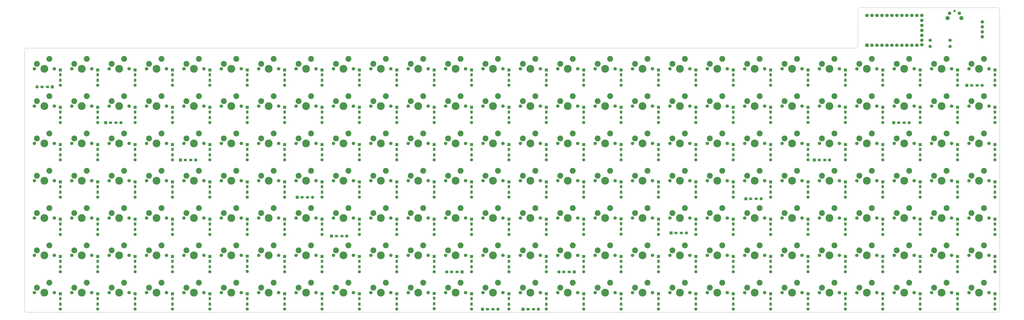
<source format=gbr>
%TF.GenerationSoftware,KiCad,Pcbnew,(6.0.5)*%
%TF.CreationDate,2022-08-07T16:14:43-07:00*%
%TF.ProjectId,Dreadnoughtus,44726561-646e-46f7-9567-687475732e6b,rev?*%
%TF.SameCoordinates,Original*%
%TF.FileFunction,Soldermask,Top*%
%TF.FilePolarity,Negative*%
%FSLAX46Y46*%
G04 Gerber Fmt 4.6, Leading zero omitted, Abs format (unit mm)*
G04 Created by KiCad (PCBNEW (6.0.5)) date 2022-08-07 16:14:43*
%MOMM*%
%LPD*%
G01*
G04 APERTURE LIST*
%TA.AperFunction,Profile*%
%ADD10C,0.100000*%
%TD*%
%ADD11C,3.000000*%
%ADD12C,1.750000*%
%ADD13C,3.987800*%
%ADD14R,1.600000X1.600000*%
%ADD15R,1.200000X1.600000*%
%ADD16C,1.600000*%
%ADD17R,1.600000X1.200000*%
%ADD18C,1.651000*%
%ADD19R,1.752600X1.752600*%
%ADD20C,1.752600*%
%ADD21C,1.700000*%
%ADD22O,1.700000X1.700000*%
%ADD23C,2.100000*%
%ADD24C,1.200000*%
G04 APERTURE END LIST*
D10*
X519659124Y-18646947D02*
X519659124Y-172634447D01*
X518865374Y-173428197D01*
X23565374Y-173428197D01*
X22771624Y-172634447D01*
X22771624Y-39284447D01*
X23565374Y-38490697D01*
X446634124Y-38490697D01*
X447427874Y-37696947D01*
X447427874Y-18646947D01*
X448221624Y-17853197D01*
X518865374Y-17853197D01*
X519659124Y-18646947D01*
D11*
%TO.C,MX131*%
X143421624Y-141836947D03*
D12*
X142151624Y-144376947D03*
D11*
X149771624Y-139296947D03*
D13*
X147231624Y-144376947D03*
D12*
X152311624Y-144376947D03*
%TD*%
D13*
%TO.C,MX53*%
X394881624Y-125326947D03*
D11*
X397421624Y-120246947D03*
X391071624Y-122786947D03*
D12*
X389801624Y-125326947D03*
X399961624Y-125326947D03*
%TD*%
D13*
%TO.C,MX92*%
X280566318Y-68191098D03*
D11*
X276756318Y-65651098D03*
X283106318Y-63111098D03*
D12*
X285646318Y-68191098D03*
X275486318Y-68191098D03*
%TD*%
D14*
%TO.C,D80*%
X326777874Y-106821947D03*
D15*
X326777874Y-109321947D03*
X326777874Y-112121947D03*
D16*
X326777874Y-114621947D03*
%TD*%
D11*
%TO.C,MX130*%
X143421624Y-122786947D03*
X149771624Y-120246947D03*
D12*
X152311624Y-125326947D03*
X142151624Y-125326947D03*
D13*
X147231624Y-125326947D03*
%TD*%
D15*
%TO.C,D102*%
X231527874Y-128371947D03*
D14*
X231527874Y-125871947D03*
D15*
X231527874Y-131171947D03*
D16*
X231527874Y-133671947D03*
%TD*%
D12*
%TO.C,MX129*%
X152311624Y-106276947D03*
D11*
X149771624Y-101196947D03*
D12*
X142151624Y-106276947D03*
D13*
X147231624Y-106276947D03*
D11*
X143421624Y-103736947D03*
%TD*%
%TO.C,MX155*%
X73571624Y-63096947D03*
D12*
X65951624Y-68176947D03*
D11*
X67221624Y-65636947D03*
D13*
X71031624Y-68176947D03*
D12*
X76111624Y-68176947D03*
%TD*%
%TO.C,MX1*%
X495211624Y-68176947D03*
D11*
X486321624Y-65636947D03*
D12*
X485051624Y-68176947D03*
D11*
X492671624Y-63096947D03*
D13*
X490131624Y-68176947D03*
%TD*%
D14*
%TO.C,D178*%
X60077874Y-106821947D03*
D15*
X60077874Y-109321947D03*
X60077874Y-112121947D03*
D16*
X60077874Y-114621947D03*
%TD*%
D14*
%TO.C,D177*%
X60077874Y-87771947D03*
D15*
X60077874Y-90271947D03*
X60077874Y-93071947D03*
D16*
X60077874Y-95571947D03*
%TD*%
D14*
%TO.C,D140*%
X117227874Y-49671947D03*
D15*
X117227874Y-52171947D03*
X117227874Y-54971947D03*
D16*
X117227874Y-57471947D03*
%TD*%
D15*
%TO.C,D137*%
X174377874Y-128371947D03*
D14*
X174377874Y-125871947D03*
D15*
X174377874Y-131171947D03*
D16*
X174377874Y-133671947D03*
%TD*%
D12*
%TO.C,MX181*%
X46901624Y-163426947D03*
D11*
X48171624Y-160886947D03*
D13*
X51981624Y-163426947D03*
D11*
X54521624Y-158346947D03*
D12*
X57061624Y-163426947D03*
%TD*%
D11*
%TO.C,MX124*%
X200571624Y-141836947D03*
X206921624Y-139296947D03*
D13*
X204381624Y-144376947D03*
D12*
X199301624Y-144376947D03*
X209461624Y-144376947D03*
%TD*%
D14*
%TO.C,D212*%
X102215374Y-95640697D03*
D17*
X104715374Y-95640697D03*
D16*
X110015374Y-95640697D03*
D17*
X107515374Y-95640697D03*
%TD*%
D14*
%TO.C,D62*%
X345827874Y-163971947D03*
D15*
X345827874Y-166471947D03*
D16*
X345827874Y-171771947D03*
D15*
X345827874Y-169271947D03*
%TD*%
%TO.C,D131*%
X155327874Y-147421947D03*
D14*
X155327874Y-144921947D03*
D16*
X155327874Y-152721947D03*
D15*
X155327874Y-150221947D03*
%TD*%
D12*
%TO.C,MX18*%
X457111624Y-125326947D03*
D11*
X454571624Y-120246947D03*
X448221624Y-122786947D03*
D13*
X452031624Y-125326947D03*
D12*
X446951624Y-125326947D03*
%TD*%
D13*
%TO.C,MX178*%
X51981624Y-106276947D03*
D11*
X48171624Y-103736947D03*
D12*
X46901624Y-106276947D03*
X57061624Y-106276947D03*
D11*
X54521624Y-101196947D03*
%TD*%
%TO.C,MX134*%
X168821624Y-63096947D03*
D12*
X161201624Y-68176947D03*
D11*
X162471624Y-65636947D03*
D12*
X171361624Y-68176947D03*
D13*
X166281624Y-68176947D03*
%TD*%
%TO.C,MX109*%
X242481624Y-125326947D03*
D11*
X238671624Y-122786947D03*
X245021624Y-120246947D03*
D12*
X247561624Y-125326947D03*
X237401624Y-125326947D03*
%TD*%
D14*
%TO.C,D153*%
X136277874Y-163971947D03*
D15*
X136277874Y-166471947D03*
D16*
X136277874Y-171771947D03*
D15*
X136277874Y-169271947D03*
%TD*%
D14*
%TO.C,D54*%
X402977874Y-144921947D03*
D15*
X402977874Y-147421947D03*
X402977874Y-150221947D03*
D16*
X402977874Y-152721947D03*
%TD*%
D15*
%TO.C,D129*%
X155327874Y-109321947D03*
D14*
X155327874Y-106821947D03*
D16*
X155327874Y-114621947D03*
D15*
X155327874Y-112121947D03*
%TD*%
%TO.C,D2*%
X498227874Y-90271947D03*
D14*
X498227874Y-87771947D03*
D15*
X498227874Y-93071947D03*
D16*
X498227874Y-95571947D03*
%TD*%
D15*
%TO.C,D52*%
X402977874Y-109321947D03*
D14*
X402977874Y-106821947D03*
D16*
X402977874Y-114621947D03*
D15*
X402977874Y-112121947D03*
%TD*%
D12*
%TO.C,MX33*%
X419011624Y-144376947D03*
D11*
X410121624Y-141836947D03*
X416471624Y-139296947D03*
D13*
X413931624Y-144376947D03*
D12*
X408851624Y-144376947D03*
%TD*%
D15*
%TO.C,D4*%
X498227874Y-128371947D03*
D14*
X498227874Y-125871947D03*
D16*
X498227874Y-133671947D03*
D15*
X498227874Y-131171947D03*
%TD*%
%TO.C,D90*%
X269612568Y-166486098D03*
D14*
X269612568Y-163986098D03*
D15*
X269612568Y-169286098D03*
D16*
X269612568Y-171786098D03*
%TD*%
D14*
%TO.C,D72*%
X307727874Y-87771947D03*
D15*
X307727874Y-90271947D03*
X307727874Y-93071947D03*
D16*
X307727874Y-95571947D03*
%TD*%
D15*
%TO.C,D139*%
X174377874Y-166471947D03*
D14*
X174377874Y-163971947D03*
D16*
X174377874Y-171771947D03*
D15*
X174377874Y-169271947D03*
%TD*%
%TO.C,D24*%
X479177874Y-109321947D03*
D14*
X479177874Y-106821947D03*
D16*
X479177874Y-114621947D03*
D15*
X479177874Y-112121947D03*
%TD*%
D11*
%TO.C,MX7*%
X505371624Y-46586947D03*
D13*
X509181624Y-49126947D03*
D12*
X514261624Y-49126947D03*
X504101624Y-49126947D03*
D11*
X511721624Y-44046947D03*
%TD*%
D12*
%TO.C,MX81*%
X313601624Y-125326947D03*
D11*
X321221624Y-120246947D03*
D12*
X323761624Y-125326947D03*
D13*
X318681624Y-125326947D03*
D11*
X314871624Y-122786947D03*
%TD*%
D15*
%TO.C,D157*%
X79127874Y-109321947D03*
D14*
X79127874Y-106821947D03*
D16*
X79127874Y-114621947D03*
D15*
X79127874Y-112121947D03*
%TD*%
%TO.C,D22*%
X479177874Y-71221947D03*
D14*
X479177874Y-68721947D03*
D16*
X479177874Y-76521947D03*
D15*
X479177874Y-74021947D03*
%TD*%
D12*
%TO.C,MX105*%
X237401624Y-49126947D03*
D11*
X245021624Y-44046947D03*
D12*
X247561624Y-49126947D03*
D13*
X242481624Y-49126947D03*
D11*
X238671624Y-46586947D03*
%TD*%
D18*
%TO.C,R0*%
X494461318Y-37696947D03*
X484301318Y-37696947D03*
%TD*%
D11*
%TO.C,MX48*%
X378371624Y-158346947D03*
D12*
X380911624Y-163426947D03*
D11*
X372021624Y-160886947D03*
D13*
X375831624Y-163426947D03*
D12*
X370751624Y-163426947D03*
%TD*%
D14*
%TO.C,D1*%
X498227874Y-68721947D03*
D15*
X498227874Y-71221947D03*
D16*
X498227874Y-76521947D03*
D15*
X498227874Y-74021947D03*
%TD*%
D12*
%TO.C,MX32*%
X408851624Y-125326947D03*
D11*
X416471624Y-120246947D03*
D13*
X413931624Y-125326947D03*
D11*
X410121624Y-122786947D03*
D12*
X419011624Y-125326947D03*
%TD*%
%TO.C,MX150*%
X133261624Y-106276947D03*
D11*
X124371624Y-103736947D03*
D12*
X123101624Y-106276947D03*
D11*
X130721624Y-101196947D03*
D13*
X128181624Y-106276947D03*
%TD*%
D14*
%TO.C,D95*%
X288662568Y-125886098D03*
D15*
X288662568Y-128386098D03*
D16*
X288662568Y-133686098D03*
D15*
X288662568Y-131186098D03*
%TD*%
D13*
%TO.C,MX91*%
X280566318Y-49141098D03*
D11*
X276756318Y-46601098D03*
D12*
X275486318Y-49141098D03*
X285646318Y-49141098D03*
D11*
X283106318Y-44061098D03*
%TD*%
D12*
%TO.C,MX161*%
X85001624Y-49126947D03*
D11*
X92621624Y-44046947D03*
X86271624Y-46586947D03*
D12*
X95161624Y-49126947D03*
D13*
X90081624Y-49126947D03*
%TD*%
D11*
%TO.C,MX37*%
X429171624Y-84686947D03*
D12*
X427901624Y-87226947D03*
X438061624Y-87226947D03*
D13*
X432981624Y-87226947D03*
D11*
X435521624Y-82146947D03*
%TD*%
D13*
%TO.C,MX117*%
X185331624Y-144376947D03*
D11*
X181521624Y-141836947D03*
X187871624Y-139296947D03*
D12*
X180251624Y-144376947D03*
X190411624Y-144376947D03*
%TD*%
D11*
%TO.C,MX5*%
X486321624Y-141836947D03*
D13*
X490131624Y-144376947D03*
D12*
X495211624Y-144376947D03*
X485051624Y-144376947D03*
D11*
X492671624Y-139296947D03*
%TD*%
D12*
%TO.C,MX50*%
X389801624Y-68176947D03*
X399961624Y-68176947D03*
D11*
X391071624Y-65636947D03*
X397421624Y-63096947D03*
D13*
X394881624Y-68176947D03*
%TD*%
D11*
%TO.C,MX140*%
X105321624Y-46586947D03*
D13*
X109131624Y-49126947D03*
D12*
X114211624Y-49126947D03*
X104051624Y-49126947D03*
D11*
X111671624Y-44046947D03*
%TD*%
D14*
%TO.C,D147*%
X136277874Y-49671947D03*
D15*
X136277874Y-52171947D03*
D16*
X136277874Y-57471947D03*
D15*
X136277874Y-54971947D03*
%TD*%
D13*
%TO.C,MX144*%
X109131624Y-125326947D03*
D11*
X105321624Y-122786947D03*
X111671624Y-120246947D03*
D12*
X114211624Y-125326947D03*
X104051624Y-125326947D03*
%TD*%
D11*
%TO.C,MX71*%
X302171624Y-63096947D03*
D13*
X299631624Y-68176947D03*
D12*
X294551624Y-68176947D03*
X304711624Y-68176947D03*
D11*
X295821624Y-65636947D03*
%TD*%
D13*
%TO.C,MX47*%
X375831624Y-144376947D03*
D11*
X372021624Y-141836947D03*
D12*
X370751624Y-144376947D03*
D11*
X378371624Y-139296947D03*
D12*
X380911624Y-144376947D03*
%TD*%
D14*
%TO.C,D64*%
X364877874Y-68721947D03*
D15*
X364877874Y-71221947D03*
X364877874Y-74021947D03*
D16*
X364877874Y-76521947D03*
%TD*%
D15*
%TO.C,D70*%
X307727874Y-52171947D03*
D14*
X307727874Y-49671947D03*
D16*
X307727874Y-57471947D03*
D15*
X307727874Y-54971947D03*
%TD*%
D14*
%TO.C,D181*%
X60077874Y-163971947D03*
D15*
X60077874Y-166471947D03*
X60077874Y-169271947D03*
D16*
X60077874Y-171771947D03*
%TD*%
D12*
%TO.C,MX65*%
X361861624Y-87226947D03*
D11*
X359321624Y-82146947D03*
D12*
X351701624Y-87226947D03*
D11*
X352971624Y-84686947D03*
D13*
X356781624Y-87226947D03*
%TD*%
D11*
%TO.C,MX86*%
X257706318Y-84701098D03*
D12*
X266596318Y-87241098D03*
D11*
X264056318Y-82161098D03*
D13*
X261516318Y-87241098D03*
D12*
X256436318Y-87241098D03*
%TD*%
D13*
%TO.C,MX112*%
X185331624Y-49126947D03*
D12*
X180251624Y-49126947D03*
D11*
X187871624Y-44046947D03*
X181521624Y-46586947D03*
D12*
X190411624Y-49126947D03*
%TD*%
D11*
%TO.C,MX12*%
X511721624Y-139296947D03*
D12*
X514261624Y-144376947D03*
D11*
X505371624Y-141836947D03*
D12*
X504101624Y-144376947D03*
D13*
X509181624Y-144376947D03*
%TD*%
D14*
%TO.C,D47*%
X383927874Y-144921947D03*
D15*
X383927874Y-147421947D03*
X383927874Y-150221947D03*
D16*
X383927874Y-152721947D03*
%TD*%
D15*
%TO.C,D49*%
X402977874Y-52171947D03*
D14*
X402977874Y-49671947D03*
D15*
X402977874Y-54971947D03*
D16*
X402977874Y-57471947D03*
%TD*%
D14*
%TO.C,D63*%
X364877874Y-49671947D03*
D15*
X364877874Y-52171947D03*
D16*
X364877874Y-57471947D03*
D15*
X364877874Y-54971947D03*
%TD*%
D14*
%TO.C,D40*%
X441077874Y-144921947D03*
D15*
X441077874Y-147421947D03*
X441077874Y-150221947D03*
D16*
X441077874Y-152721947D03*
%TD*%
D12*
%TO.C,MX30*%
X419011624Y-87226947D03*
D11*
X410121624Y-84686947D03*
D13*
X413931624Y-87226947D03*
D11*
X416471624Y-82146947D03*
D12*
X408851624Y-87226947D03*
%TD*%
D13*
%TO.C,MX25*%
X471081624Y-125326947D03*
D11*
X467271624Y-122786947D03*
D12*
X466001624Y-125326947D03*
X476161624Y-125326947D03*
D11*
X473621624Y-120246947D03*
%TD*%
D14*
%TO.C,D132*%
X155327874Y-163971947D03*
D15*
X155327874Y-166471947D03*
D16*
X155327874Y-171771947D03*
D15*
X155327874Y-169271947D03*
%TD*%
D14*
%TO.C,D115*%
X193427874Y-106821947D03*
D15*
X193427874Y-109321947D03*
X193427874Y-112121947D03*
D16*
X193427874Y-114621947D03*
%TD*%
D15*
%TO.C,D16*%
X460127874Y-90271947D03*
D14*
X460127874Y-87771947D03*
D15*
X460127874Y-93071947D03*
D16*
X460127874Y-95571947D03*
%TD*%
D15*
%TO.C,D3*%
X498227874Y-109321947D03*
D14*
X498227874Y-106821947D03*
D16*
X498227874Y-114621947D03*
D15*
X498227874Y-112121947D03*
%TD*%
D12*
%TO.C,MX35*%
X438061624Y-49126947D03*
D11*
X435521624Y-44046947D03*
D12*
X427901624Y-49126947D03*
D11*
X429171624Y-46586947D03*
D13*
X432981624Y-49126947D03*
%TD*%
D12*
%TO.C,MX149*%
X123101624Y-87226947D03*
D11*
X124371624Y-84686947D03*
D12*
X133261624Y-87226947D03*
D13*
X128181624Y-87226947D03*
D11*
X130721624Y-82146947D03*
%TD*%
%TO.C,MX108*%
X245021624Y-101196947D03*
D12*
X247561624Y-106276947D03*
D11*
X238671624Y-103736947D03*
D12*
X237401624Y-106276947D03*
D13*
X242481624Y-106276947D03*
%TD*%
D14*
%TO.C,D55*%
X402977874Y-163971947D03*
D15*
X402977874Y-166471947D03*
D16*
X402977874Y-171771947D03*
D15*
X402977874Y-169271947D03*
%TD*%
%TO.C,D5*%
X498227874Y-147421947D03*
D14*
X498227874Y-144921947D03*
D15*
X498227874Y-150221947D03*
D16*
X498227874Y-152721947D03*
%TD*%
D12*
%TO.C,MX158*%
X76111624Y-125326947D03*
D11*
X73571624Y-120246947D03*
D13*
X71031624Y-125326947D03*
D11*
X67221624Y-122786947D03*
D12*
X65951624Y-125326947D03*
%TD*%
D14*
%TO.C,D214*%
X36990374Y-58334447D03*
D17*
X34490374Y-58334447D03*
D16*
X29190374Y-58334447D03*
D17*
X31690374Y-58334447D03*
%TD*%
D11*
%TO.C,MX13*%
X511721624Y-158346947D03*
X505371624Y-160886947D03*
D12*
X514261624Y-163426947D03*
D13*
X509181624Y-163426947D03*
D12*
X504101624Y-163426947D03*
%TD*%
D15*
%TO.C,D31*%
X422027874Y-109321947D03*
D14*
X422027874Y-106821947D03*
D15*
X422027874Y-112121947D03*
D16*
X422027874Y-114621947D03*
%TD*%
D15*
%TO.C,D92*%
X288662568Y-71236098D03*
D14*
X288662568Y-68736098D03*
D16*
X288662568Y-76536098D03*
D15*
X288662568Y-74036098D03*
%TD*%
D13*
%TO.C,MX154*%
X71031624Y-49126947D03*
D12*
X65951624Y-49126947D03*
X76111624Y-49126947D03*
D11*
X67221624Y-46586947D03*
X73571624Y-44046947D03*
%TD*%
D14*
%TO.C,D36*%
X441077874Y-68721947D03*
D15*
X441077874Y-71221947D03*
D16*
X441077874Y-76521947D03*
D15*
X441077874Y-74021947D03*
%TD*%
D14*
%TO.C,D84*%
X269612568Y-49686098D03*
D15*
X269612568Y-52186098D03*
D16*
X269612568Y-57486098D03*
D15*
X269612568Y-54986098D03*
%TD*%
%TO.C,D67*%
X364877874Y-128371947D03*
D14*
X364877874Y-125871947D03*
D15*
X364877874Y-131171947D03*
D16*
X364877874Y-133671947D03*
%TD*%
D11*
%TO.C,MX63*%
X359321624Y-44046947D03*
D13*
X356781624Y-49126947D03*
D11*
X352971624Y-46586947D03*
D12*
X361861624Y-49126947D03*
X351701624Y-49126947D03*
%TD*%
D15*
%TO.C,D78*%
X326777874Y-71221947D03*
D14*
X326777874Y-68721947D03*
D15*
X326777874Y-74021947D03*
D16*
X326777874Y-76521947D03*
%TD*%
D15*
%TO.C,D27*%
X479177874Y-166471947D03*
D14*
X479177874Y-163971947D03*
D15*
X479177874Y-169271947D03*
D16*
X479177874Y-171771947D03*
%TD*%
D15*
%TO.C,D106*%
X250577874Y-71221947D03*
D14*
X250577874Y-68721947D03*
D15*
X250577874Y-74021947D03*
D16*
X250577874Y-76521947D03*
%TD*%
D12*
%TO.C,MX122*%
X209461624Y-106276947D03*
X199301624Y-106276947D03*
D13*
X204381624Y-106276947D03*
D11*
X206921624Y-101196947D03*
X200571624Y-103736947D03*
%TD*%
D14*
%TO.C,D165*%
X98177874Y-125871947D03*
D15*
X98177874Y-128371947D03*
X98177874Y-131171947D03*
D16*
X98177874Y-133671947D03*
%TD*%
D15*
%TO.C,D89*%
X269612568Y-147436098D03*
D14*
X269612568Y-144936098D03*
D15*
X269612568Y-150236098D03*
D16*
X269612568Y-152736098D03*
%TD*%
D12*
%TO.C,MX113*%
X180251624Y-68176947D03*
X190411624Y-68176947D03*
D11*
X187871624Y-63096947D03*
X181521624Y-65636947D03*
D13*
X185331624Y-68176947D03*
%TD*%
%TO.C,MX101*%
X223431624Y-106276947D03*
D12*
X218351624Y-106276947D03*
D11*
X219621624Y-103736947D03*
X225971624Y-101196947D03*
D12*
X228511624Y-106276947D03*
%TD*%
D15*
%TO.C,D96*%
X288662568Y-147436098D03*
D14*
X288662568Y-144936098D03*
D15*
X288662568Y-150236098D03*
D16*
X288662568Y-152736098D03*
%TD*%
D15*
%TO.C,D0*%
X498227874Y-52171947D03*
D14*
X498227874Y-49671947D03*
D15*
X498227874Y-54971947D03*
D16*
X498227874Y-57471947D03*
%TD*%
D14*
%TO.C,D108*%
X250577874Y-106821947D03*
D15*
X250577874Y-109321947D03*
X250577874Y-112121947D03*
D16*
X250577874Y-114621947D03*
%TD*%
D12*
%TO.C,MX40*%
X438061624Y-144376947D03*
D11*
X429171624Y-141836947D03*
X435521624Y-139296947D03*
D13*
X432981624Y-144376947D03*
D12*
X427901624Y-144376947D03*
%TD*%
D15*
%TO.C,D83*%
X326777874Y-166471947D03*
D14*
X326777874Y-163971947D03*
D15*
X326777874Y-169271947D03*
D16*
X326777874Y-171771947D03*
%TD*%
D12*
%TO.C,MX165*%
X95161624Y-125326947D03*
D11*
X92621624Y-120246947D03*
D12*
X85001624Y-125326947D03*
D13*
X90081624Y-125326947D03*
D11*
X86271624Y-122786947D03*
%TD*%
D12*
%TO.C,MX46*%
X370751624Y-125326947D03*
D13*
X375831624Y-125326947D03*
D11*
X372021624Y-122786947D03*
X378371624Y-120246947D03*
D12*
X380911624Y-125326947D03*
%TD*%
%TO.C,MX80*%
X323761624Y-106276947D03*
D11*
X321221624Y-101196947D03*
D13*
X318681624Y-106276947D03*
D11*
X314871624Y-103736947D03*
D12*
X313601624Y-106276947D03*
%TD*%
%TO.C,MX151*%
X123101624Y-125326947D03*
X133261624Y-125326947D03*
D11*
X130721624Y-120246947D03*
D13*
X128181624Y-125326947D03*
D11*
X124371624Y-122786947D03*
%TD*%
%TO.C,MX99*%
X225971624Y-63096947D03*
D13*
X223431624Y-68176947D03*
D12*
X218351624Y-68176947D03*
D11*
X219621624Y-65636947D03*
D12*
X228511624Y-68176947D03*
%TD*%
D15*
%TO.C,D28*%
X422027874Y-52171947D03*
D14*
X422027874Y-49671947D03*
D15*
X422027874Y-54971947D03*
D16*
X422027874Y-57471947D03*
%TD*%
D12*
%TO.C,MX164*%
X95161624Y-106276947D03*
D11*
X92621624Y-101196947D03*
D13*
X90081624Y-106276947D03*
D11*
X86271624Y-103736947D03*
D12*
X85001624Y-106276947D03*
%TD*%
D17*
%TO.C,D213*%
X66615374Y-76590697D03*
D14*
X64115374Y-76590697D03*
D16*
X71915374Y-76590697D03*
D17*
X69415374Y-76590697D03*
%TD*%
D15*
%TO.C,D104*%
X231527874Y-166284447D03*
D14*
X231527874Y-163784447D03*
D16*
X231527874Y-171584447D03*
D15*
X231527874Y-169084447D03*
%TD*%
D12*
%TO.C,MX14*%
X457111624Y-49126947D03*
X446951624Y-49126947D03*
D11*
X454571624Y-44046947D03*
D13*
X452031624Y-49126947D03*
D11*
X448221624Y-46586947D03*
%TD*%
%TO.C,MX44*%
X378371624Y-82146947D03*
D12*
X370751624Y-87226947D03*
D13*
X375831624Y-87226947D03*
D12*
X380911624Y-87226947D03*
D11*
X372021624Y-84686947D03*
%TD*%
D13*
%TO.C,MX74*%
X299631624Y-125326947D03*
D12*
X294551624Y-125326947D03*
D11*
X295821624Y-122786947D03*
X302171624Y-120246947D03*
D12*
X304711624Y-125326947D03*
%TD*%
D11*
%TO.C,MX23*%
X473621624Y-82146947D03*
D12*
X476161624Y-87226947D03*
X466001624Y-87226947D03*
D11*
X467271624Y-84686947D03*
D13*
X471081624Y-87226947D03*
%TD*%
D14*
%TO.C,D125*%
X212477874Y-163971947D03*
D15*
X212477874Y-166471947D03*
X212477874Y-169271947D03*
D16*
X212477874Y-171771947D03*
%TD*%
D11*
%TO.C,MX24*%
X473621624Y-101196947D03*
D12*
X466001624Y-106276947D03*
D11*
X467271624Y-103736947D03*
D12*
X476161624Y-106276947D03*
D13*
X471081624Y-106276947D03*
%TD*%
D14*
%TO.C,D121*%
X212477874Y-87771947D03*
D15*
X212477874Y-90271947D03*
X212477874Y-93071947D03*
D16*
X212477874Y-95571947D03*
%TD*%
D12*
%TO.C,MX4*%
X485051624Y-125326947D03*
X495211624Y-125326947D03*
D13*
X490131624Y-125326947D03*
D11*
X486321624Y-122786947D03*
X492671624Y-120246947D03*
%TD*%
D14*
%TO.C,D23*%
X479177874Y-87771947D03*
D15*
X479177874Y-90271947D03*
D16*
X479177874Y-95571947D03*
D15*
X479177874Y-93071947D03*
%TD*%
D13*
%TO.C,MX93*%
X280566318Y-87241098D03*
D11*
X276756318Y-84701098D03*
D12*
X285646318Y-87241098D03*
D11*
X283106318Y-82161098D03*
D12*
X275486318Y-87241098D03*
%TD*%
D13*
%TO.C,MX66*%
X356781624Y-106276947D03*
D12*
X351701624Y-106276947D03*
D11*
X352971624Y-103736947D03*
X359321624Y-101196947D03*
D12*
X361861624Y-106276947D03*
%TD*%
D19*
%TO.C,U1*%
X452113374Y-37061947D03*
D20*
X454653374Y-37061947D03*
X457193374Y-37061947D03*
X459733374Y-37061947D03*
X462273374Y-37061947D03*
X464813374Y-37061947D03*
X467353374Y-37061947D03*
X469893374Y-37061947D03*
X472433374Y-37061947D03*
X474973374Y-37061947D03*
X477513374Y-37061947D03*
X480053374Y-36833347D03*
X480053374Y-21821947D03*
X477513374Y-21821947D03*
X474973374Y-21821947D03*
X472433374Y-21821947D03*
X469893374Y-21821947D03*
X467353374Y-21821947D03*
X464813374Y-21821947D03*
X462273374Y-21821947D03*
X459733374Y-21821947D03*
X457193374Y-21821947D03*
X454653374Y-21821947D03*
X452113374Y-21821947D03*
X480053374Y-34521947D03*
X480053374Y-31981947D03*
X480053374Y-29441947D03*
X480053374Y-26901947D03*
X480053374Y-24361947D03*
%TD*%
D12*
%TO.C,MX87*%
X266596318Y-106291098D03*
D13*
X261516318Y-106291098D03*
D11*
X264056318Y-101211098D03*
D12*
X256436318Y-106291098D03*
D11*
X257706318Y-103751098D03*
%TD*%
D15*
%TO.C,D117*%
X193427874Y-147421947D03*
D14*
X193427874Y-144921947D03*
D16*
X193427874Y-152721947D03*
D15*
X193427874Y-150221947D03*
%TD*%
D12*
%TO.C,MX79*%
X313601624Y-87226947D03*
D11*
X314871624Y-84686947D03*
D12*
X323761624Y-87226947D03*
D11*
X321221624Y-82146947D03*
D13*
X318681624Y-87226947D03*
%TD*%
D14*
%TO.C,D8*%
X517277874Y-68721947D03*
D15*
X517277874Y-71221947D03*
D16*
X517277874Y-76521947D03*
D15*
X517277874Y-74021947D03*
%TD*%
%TO.C,D33*%
X422027874Y-147421947D03*
D14*
X422027874Y-144921947D03*
D16*
X422027874Y-152721947D03*
D15*
X422027874Y-150221947D03*
%TD*%
D14*
%TO.C,D35*%
X441077874Y-49671947D03*
D15*
X441077874Y-52171947D03*
D16*
X441077874Y-57471947D03*
D15*
X441077874Y-54971947D03*
%TD*%
D11*
%TO.C,MX15*%
X454571624Y-63096947D03*
D12*
X457111624Y-68176947D03*
X446951624Y-68176947D03*
D13*
X452031624Y-68176947D03*
D11*
X448221624Y-65636947D03*
%TD*%
D14*
%TO.C,D164*%
X98177874Y-106821947D03*
D15*
X98177874Y-109321947D03*
D16*
X98177874Y-114621947D03*
D15*
X98177874Y-112121947D03*
%TD*%
D11*
%TO.C,MX75*%
X295821624Y-141836947D03*
D13*
X299631624Y-144376947D03*
D11*
X302171624Y-139296947D03*
D12*
X294551624Y-144376947D03*
X304711624Y-144376947D03*
%TD*%
D13*
%TO.C,MX116*%
X185331624Y-125326947D03*
D12*
X180251624Y-125326947D03*
D11*
X181521624Y-122786947D03*
X187871624Y-120246947D03*
D12*
X190411624Y-125326947D03*
%TD*%
D11*
%TO.C,MX120*%
X206921624Y-63096947D03*
D12*
X199301624Y-68176947D03*
D13*
X204381624Y-68176947D03*
D12*
X209461624Y-68176947D03*
D11*
X200571624Y-65636947D03*
%TD*%
D13*
%TO.C,MX115*%
X185331624Y-106276947D03*
D12*
X180251624Y-106276947D03*
X190411624Y-106276947D03*
D11*
X181521624Y-103736947D03*
X187871624Y-101196947D03*
%TD*%
D15*
%TO.C,D19*%
X460127874Y-147421947D03*
D14*
X460127874Y-144921947D03*
D16*
X460127874Y-152721947D03*
D15*
X460127874Y-150221947D03*
%TD*%
D12*
%TO.C,MX3*%
X495211624Y-106276947D03*
D11*
X486321624Y-103736947D03*
D12*
X485051624Y-106276947D03*
D13*
X490131624Y-106276947D03*
D11*
X492671624Y-101196947D03*
%TD*%
D12*
%TO.C,MX90*%
X266596318Y-163441098D03*
D13*
X261516318Y-163441098D03*
D11*
X264056318Y-158361098D03*
X257706318Y-160901098D03*
D12*
X256436318Y-163441098D03*
%TD*%
D15*
%TO.C,D174*%
X41027874Y-166471947D03*
D14*
X41027874Y-163971947D03*
D16*
X41027874Y-171771947D03*
D15*
X41027874Y-169271947D03*
%TD*%
D14*
%TO.C,D202*%
X465752874Y-76590697D03*
D17*
X468252874Y-76590697D03*
D16*
X473552874Y-76590697D03*
D17*
X471052874Y-76590697D03*
%TD*%
D12*
%TO.C,MX153*%
X123101624Y-163426947D03*
D11*
X130721624Y-158346947D03*
D13*
X128181624Y-163426947D03*
D12*
X133261624Y-163426947D03*
D11*
X124371624Y-160886947D03*
%TD*%
D13*
%TO.C,MX159*%
X71031624Y-144376947D03*
D12*
X65951624Y-144376947D03*
D11*
X73571624Y-139296947D03*
D12*
X76111624Y-144376947D03*
D11*
X67221624Y-141836947D03*
%TD*%
D13*
%TO.C,MX167*%
X90081624Y-163426947D03*
D12*
X95161624Y-163426947D03*
D11*
X92621624Y-158346947D03*
X86271624Y-160886947D03*
D12*
X85001624Y-163426947D03*
%TD*%
%TO.C,MX51*%
X399961624Y-87226947D03*
D11*
X397421624Y-82146947D03*
D13*
X394881624Y-87226947D03*
D11*
X391071624Y-84686947D03*
D12*
X389801624Y-87226947D03*
%TD*%
D14*
%TO.C,D161*%
X98177874Y-49671947D03*
D15*
X98177874Y-52171947D03*
D16*
X98177874Y-57471947D03*
D15*
X98177874Y-54971947D03*
%TD*%
%TO.C,D38*%
X441077874Y-109321947D03*
D14*
X441077874Y-106821947D03*
D15*
X441077874Y-112121947D03*
D16*
X441077874Y-114621947D03*
%TD*%
D12*
%TO.C,MX162*%
X85001624Y-68176947D03*
X95161624Y-68176947D03*
D11*
X92621624Y-63096947D03*
D13*
X90081624Y-68176947D03*
D11*
X86271624Y-65636947D03*
%TD*%
%TO.C,MX54*%
X397421624Y-139296947D03*
D12*
X399961624Y-144376947D03*
X389801624Y-144376947D03*
D11*
X391071624Y-141836947D03*
D13*
X394881624Y-144376947D03*
%TD*%
D15*
%TO.C,D101*%
X231527874Y-109321947D03*
D14*
X231527874Y-106821947D03*
D15*
X231527874Y-112121947D03*
D16*
X231527874Y-114621947D03*
%TD*%
D15*
%TO.C,D65*%
X364877874Y-90271947D03*
D14*
X364877874Y-87771947D03*
D15*
X364877874Y-93071947D03*
D16*
X364877874Y-95571947D03*
%TD*%
D12*
%TO.C,MX20*%
X446951624Y-163426947D03*
D13*
X452031624Y-163426947D03*
D11*
X454571624Y-158346947D03*
D12*
X457111624Y-163426947D03*
D11*
X448221624Y-160886947D03*
%TD*%
%TO.C,MX21*%
X467271624Y-46586947D03*
D12*
X466001624Y-49126947D03*
D13*
X471081624Y-49126947D03*
D12*
X476161624Y-49126947D03*
D11*
X473621624Y-44046947D03*
%TD*%
D15*
%TO.C,D136*%
X174377874Y-109321947D03*
D14*
X174377874Y-106821947D03*
D15*
X174377874Y-112121947D03*
D16*
X174377874Y-114621947D03*
%TD*%
D11*
%TO.C,MX176*%
X54521624Y-63096947D03*
D13*
X51981624Y-68176947D03*
D12*
X57061624Y-68176947D03*
D11*
X48171624Y-65636947D03*
D12*
X46901624Y-68176947D03*
%TD*%
D15*
%TO.C,D122*%
X212477874Y-109321947D03*
D14*
X212477874Y-106821947D03*
D16*
X212477874Y-114621947D03*
D15*
X212477874Y-112121947D03*
%TD*%
D12*
%TO.C,MX11*%
X514261624Y-125326947D03*
D11*
X505371624Y-122786947D03*
D13*
X509181624Y-125326947D03*
D12*
X504101624Y-125326947D03*
D11*
X511721624Y-120246947D03*
%TD*%
%TO.C,MX141*%
X111671624Y-63096947D03*
D12*
X114211624Y-68176947D03*
X104051624Y-68176947D03*
D11*
X105321624Y-65636947D03*
D13*
X109131624Y-68176947D03*
%TD*%
D12*
%TO.C,MX49*%
X389801624Y-49126947D03*
D11*
X397421624Y-44046947D03*
D12*
X399961624Y-49126947D03*
D13*
X394881624Y-49126947D03*
D11*
X391071624Y-46586947D03*
%TD*%
D13*
%TO.C,MX142*%
X109131624Y-87226947D03*
D11*
X111671624Y-82146947D03*
X105321624Y-84686947D03*
D12*
X104051624Y-87226947D03*
X114211624Y-87226947D03*
%TD*%
D13*
%TO.C,MX6*%
X490131624Y-163426947D03*
D11*
X492671624Y-158346947D03*
X486321624Y-160886947D03*
D12*
X495211624Y-163426947D03*
X485051624Y-163426947D03*
%TD*%
D13*
%TO.C,MX59*%
X337731624Y-106276947D03*
D12*
X332651624Y-106276947D03*
D11*
X340271624Y-101196947D03*
D12*
X342811624Y-106276947D03*
D11*
X333921624Y-103736947D03*
%TD*%
D13*
%TO.C,MX36*%
X432981624Y-68176947D03*
D11*
X435521624Y-63096947D03*
D12*
X438061624Y-68176947D03*
X427901624Y-68176947D03*
D11*
X429171624Y-65636947D03*
%TD*%
D14*
%TO.C,D59*%
X345827874Y-106821947D03*
D15*
X345827874Y-109321947D03*
X345827874Y-112121947D03*
D16*
X345827874Y-114621947D03*
%TD*%
D15*
%TO.C,D172*%
X41027874Y-128371947D03*
D14*
X41027874Y-125871947D03*
D15*
X41027874Y-131171947D03*
D16*
X41027874Y-133671947D03*
%TD*%
D11*
%TO.C,MX95*%
X276756318Y-122801098D03*
D13*
X280566318Y-125341098D03*
D12*
X285646318Y-125341098D03*
D11*
X283106318Y-120261098D03*
D12*
X275486318Y-125341098D03*
%TD*%
D14*
%TO.C,D32*%
X422027874Y-125871947D03*
D15*
X422027874Y-128371947D03*
X422027874Y-131171947D03*
D16*
X422027874Y-133671947D03*
%TD*%
D15*
%TO.C,D155*%
X79127874Y-71221947D03*
D14*
X79127874Y-68721947D03*
D15*
X79127874Y-74021947D03*
D16*
X79127874Y-76521947D03*
%TD*%
D15*
%TO.C,D76*%
X307727874Y-166471947D03*
D14*
X307727874Y-163971947D03*
D16*
X307727874Y-171771947D03*
D15*
X307727874Y-169271947D03*
%TD*%
D11*
%TO.C,MX82*%
X314871624Y-141836947D03*
D13*
X318681624Y-144376947D03*
D11*
X321221624Y-139296947D03*
D12*
X313601624Y-144376947D03*
X323761624Y-144376947D03*
%TD*%
D14*
%TO.C,D94*%
X288662568Y-106836098D03*
D15*
X288662568Y-109336098D03*
X288662568Y-112136098D03*
D16*
X288662568Y-114636098D03*
%TD*%
D15*
%TO.C,D168*%
X41027874Y-52171947D03*
D14*
X41027874Y-49671947D03*
D16*
X41027874Y-57471947D03*
D15*
X41027874Y-54971947D03*
%TD*%
%TO.C,D171*%
X41027874Y-109321947D03*
D14*
X41027874Y-106821947D03*
D16*
X41027874Y-114621947D03*
D15*
X41027874Y-112121947D03*
%TD*%
D12*
%TO.C,MX17*%
X457111624Y-106276947D03*
D13*
X452031624Y-106276947D03*
D12*
X446951624Y-106276947D03*
D11*
X448221624Y-103736947D03*
X454571624Y-101196947D03*
%TD*%
D15*
%TO.C,D93*%
X288662568Y-90286098D03*
D14*
X288662568Y-87786098D03*
D16*
X288662568Y-95586098D03*
D15*
X288662568Y-93086098D03*
%TD*%
%TO.C,D113*%
X193427874Y-71221947D03*
D14*
X193427874Y-68721947D03*
D15*
X193427874Y-74021947D03*
D16*
X193427874Y-76521947D03*
%TD*%
D12*
%TO.C,MX10*%
X514261624Y-106276947D03*
X504101624Y-106276947D03*
D11*
X505371624Y-103736947D03*
X511721624Y-101196947D03*
D13*
X509181624Y-106276947D03*
%TD*%
D12*
%TO.C,MX77*%
X323761624Y-49126947D03*
D11*
X321221624Y-44046947D03*
D13*
X318681624Y-49126947D03*
D12*
X313601624Y-49126947D03*
D11*
X314871624Y-46586947D03*
%TD*%
D15*
%TO.C,D130*%
X155327874Y-128371947D03*
D14*
X155327874Y-125871947D03*
D16*
X155327874Y-133671947D03*
D15*
X155327874Y-131171947D03*
%TD*%
D12*
%TO.C,MX55*%
X389801624Y-163426947D03*
D11*
X391071624Y-160886947D03*
D13*
X394881624Y-163426947D03*
D11*
X397421624Y-158346947D03*
D12*
X399961624Y-163426947D03*
%TD*%
D15*
%TO.C,D91*%
X288662568Y-52186098D03*
D14*
X288662568Y-49686098D03*
D15*
X288662568Y-54986098D03*
D16*
X288662568Y-57486098D03*
%TD*%
D11*
%TO.C,MX148*%
X124371624Y-65636947D03*
D12*
X133261624Y-68176947D03*
D13*
X128181624Y-68176947D03*
D12*
X123101624Y-68176947D03*
D11*
X130721624Y-63096947D03*
%TD*%
%TO.C,MX132*%
X143421624Y-160886947D03*
X149771624Y-158346947D03*
D13*
X147231624Y-163426947D03*
D12*
X152311624Y-163426947D03*
X142151624Y-163426947D03*
%TD*%
%TO.C,MX88*%
X256436318Y-125341098D03*
D11*
X264056318Y-120261098D03*
X257706318Y-122801098D03*
D12*
X266596318Y-125341098D03*
D13*
X261516318Y-125341098D03*
%TD*%
D14*
%TO.C,D111*%
X250577874Y-163971947D03*
D15*
X250577874Y-166471947D03*
D16*
X250577874Y-171771947D03*
D15*
X250577874Y-169271947D03*
%TD*%
%TO.C,D123*%
X212477874Y-128371947D03*
D14*
X212477874Y-125871947D03*
D15*
X212477874Y-131171947D03*
D16*
X212477874Y-133671947D03*
%TD*%
D13*
%TO.C,MX72*%
X299631624Y-87226947D03*
D11*
X295821624Y-84686947D03*
D12*
X294551624Y-87226947D03*
D11*
X302171624Y-82146947D03*
D12*
X304711624Y-87226947D03*
%TD*%
D14*
%TO.C,D179*%
X60077874Y-125871947D03*
D15*
X60077874Y-128371947D03*
D16*
X60077874Y-133671947D03*
D15*
X60077874Y-131171947D03*
%TD*%
D12*
%TO.C,MX127*%
X142151624Y-68176947D03*
D11*
X149771624Y-63096947D03*
D13*
X147231624Y-68176947D03*
D11*
X143421624Y-65636947D03*
D12*
X152311624Y-68176947D03*
%TD*%
D17*
%TO.C,D209*%
X243246624Y-152790697D03*
D14*
X245746624Y-152790697D03*
D16*
X237946624Y-152790697D03*
D17*
X240446624Y-152790697D03*
%TD*%
D13*
%TO.C,MX76*%
X299631624Y-163426947D03*
D12*
X294551624Y-163426947D03*
D11*
X295821624Y-160886947D03*
X302171624Y-158346947D03*
D12*
X304711624Y-163426947D03*
%TD*%
D15*
%TO.C,D112*%
X193427874Y-52171947D03*
D14*
X193427874Y-49671947D03*
D16*
X193427874Y-57471947D03*
D15*
X193427874Y-54971947D03*
%TD*%
D14*
%TO.C,D150*%
X136277874Y-106821947D03*
D15*
X136277874Y-109321947D03*
X136277874Y-112121947D03*
D16*
X136277874Y-114621947D03*
%TD*%
D15*
%TO.C,D15*%
X460127874Y-71221947D03*
D14*
X460127874Y-68721947D03*
D15*
X460127874Y-74021947D03*
D16*
X460127874Y-76521947D03*
%TD*%
D11*
%TO.C,MX170*%
X29121624Y-84686947D03*
D12*
X27851624Y-87226947D03*
D13*
X32931624Y-87226947D03*
D12*
X38011624Y-87226947D03*
D11*
X35471624Y-82146947D03*
%TD*%
D14*
%TO.C,D86*%
X269612568Y-87786098D03*
D15*
X269612568Y-90286098D03*
X269612568Y-93086098D03*
D16*
X269612568Y-95586098D03*
%TD*%
D11*
%TO.C,MX125*%
X206921624Y-158346947D03*
X200571624Y-160886947D03*
D12*
X199301624Y-163426947D03*
X209461624Y-163426947D03*
D13*
X204381624Y-163426947D03*
%TD*%
D17*
%TO.C,D201*%
X505440374Y-57540697D03*
D14*
X502940374Y-57540697D03*
D16*
X510740374Y-57540697D03*
D17*
X508240374Y-57540697D03*
%TD*%
D11*
%TO.C,MX52*%
X397421624Y-101196947D03*
D12*
X399961624Y-106276947D03*
D11*
X391071624Y-103736947D03*
D12*
X389801624Y-106276947D03*
D13*
X394881624Y-106276947D03*
%TD*%
D14*
%TO.C,D73*%
X307727874Y-106821947D03*
D15*
X307727874Y-109321947D03*
X307727874Y-112121947D03*
D16*
X307727874Y-114621947D03*
%TD*%
D12*
%TO.C,MX166*%
X95161624Y-144376947D03*
D13*
X90081624Y-144376947D03*
D11*
X92621624Y-139296947D03*
D12*
X85001624Y-144376947D03*
D11*
X86271624Y-141836947D03*
%TD*%
%TO.C,MX60*%
X340271624Y-120246947D03*
D13*
X337731624Y-125326947D03*
D12*
X332651624Y-125326947D03*
D11*
X333921624Y-122786947D03*
D12*
X342811624Y-125326947D03*
%TD*%
D11*
%TO.C,MX157*%
X67221624Y-103736947D03*
D12*
X76111624Y-106276947D03*
D13*
X71031624Y-106276947D03*
D12*
X65951624Y-106276947D03*
D11*
X73571624Y-101196947D03*
%TD*%
D12*
%TO.C,MX61*%
X332651624Y-144376947D03*
D11*
X340271624Y-139296947D03*
D12*
X342811624Y-144376947D03*
D11*
X333921624Y-141836947D03*
D13*
X337731624Y-144376947D03*
%TD*%
D14*
%TO.C,D75*%
X307727874Y-144921947D03*
D15*
X307727874Y-147421947D03*
X307727874Y-150221947D03*
D16*
X307727874Y-152721947D03*
%TD*%
D11*
%TO.C,MX121*%
X200571624Y-84686947D03*
D13*
X204381624Y-87226947D03*
D12*
X209461624Y-87226947D03*
X199301624Y-87226947D03*
D11*
X206921624Y-82146947D03*
%TD*%
D12*
%TO.C,MX152*%
X123101624Y-144376947D03*
D11*
X124371624Y-141836947D03*
X130721624Y-139296947D03*
D13*
X128181624Y-144376947D03*
D12*
X133261624Y-144376947D03*
%TD*%
%TO.C,MX62*%
X342811624Y-163426947D03*
D11*
X333921624Y-160886947D03*
D12*
X332651624Y-163426947D03*
D11*
X340271624Y-158346947D03*
D13*
X337731624Y-163426947D03*
%TD*%
D14*
%TO.C,D206*%
X302896624Y-152790697D03*
D17*
X300396624Y-152790697D03*
D16*
X295096624Y-152790697D03*
D17*
X297596624Y-152790697D03*
%TD*%
D15*
%TO.C,D133*%
X174377874Y-52171947D03*
D14*
X174377874Y-49671947D03*
D15*
X174377874Y-54971947D03*
D16*
X174377874Y-57471947D03*
%TD*%
D14*
%TO.C,D13*%
X517277874Y-163971947D03*
D15*
X517277874Y-166471947D03*
X517277874Y-169271947D03*
D16*
X517277874Y-171771947D03*
%TD*%
D12*
%TO.C,MX146*%
X104051624Y-163426947D03*
D13*
X109131624Y-163426947D03*
D11*
X111671624Y-158346947D03*
X105321624Y-160886947D03*
D12*
X114211624Y-163426947D03*
%TD*%
D13*
%TO.C,MX102*%
X223431624Y-125326947D03*
D11*
X219621624Y-122786947D03*
D12*
X218351624Y-125326947D03*
D11*
X225971624Y-120246947D03*
D12*
X228511624Y-125326947D03*
%TD*%
D14*
%TO.C,D126*%
X155327874Y-49671947D03*
D15*
X155327874Y-52171947D03*
X155327874Y-54971947D03*
D16*
X155327874Y-57471947D03*
%TD*%
D11*
%TO.C,MX41*%
X435521624Y-158346947D03*
D12*
X427901624Y-163426947D03*
D11*
X429171624Y-160886947D03*
D13*
X432981624Y-163426947D03*
D12*
X438061624Y-163426947D03*
%TD*%
D13*
%TO.C,MX133*%
X166281624Y-49126947D03*
D12*
X161201624Y-49126947D03*
D11*
X162471624Y-46586947D03*
X168821624Y-44046947D03*
D12*
X171361624Y-49126947D03*
%TD*%
D14*
%TO.C,D12*%
X517277874Y-144921947D03*
D15*
X517277874Y-147421947D03*
D16*
X517277874Y-152721947D03*
D15*
X517277874Y-150221947D03*
%TD*%
D13*
%TO.C,MX163*%
X90081624Y-87226947D03*
D12*
X95161624Y-87226947D03*
D11*
X86271624Y-84686947D03*
D12*
X85001624Y-87226947D03*
D11*
X92621624Y-82146947D03*
%TD*%
D15*
%TO.C,D105*%
X250577874Y-52171947D03*
D14*
X250577874Y-49671947D03*
D16*
X250577874Y-57471947D03*
D15*
X250577874Y-54971947D03*
%TD*%
D14*
%TO.C,D79*%
X326777874Y-87771947D03*
D15*
X326777874Y-90271947D03*
D16*
X326777874Y-95571947D03*
D15*
X326777874Y-93071947D03*
%TD*%
D14*
%TO.C,D148*%
X136277874Y-68721947D03*
D15*
X136277874Y-71221947D03*
X136277874Y-74021947D03*
D16*
X136277874Y-76521947D03*
%TD*%
D14*
%TO.C,D74*%
X307727874Y-125871947D03*
D15*
X307727874Y-128371947D03*
X307727874Y-131171947D03*
D16*
X307727874Y-133671947D03*
%TD*%
D15*
%TO.C,D166*%
X98177874Y-147421947D03*
D14*
X98177874Y-144921947D03*
D15*
X98177874Y-150221947D03*
D16*
X98177874Y-152721947D03*
%TD*%
D15*
%TO.C,D156*%
X79127874Y-90271947D03*
D14*
X79127874Y-87771947D03*
D15*
X79127874Y-93071947D03*
D16*
X79127874Y-95571947D03*
%TD*%
D11*
%TO.C,MX43*%
X378371624Y-63096947D03*
D13*
X375831624Y-68176947D03*
D12*
X380911624Y-68176947D03*
X370751624Y-68176947D03*
D11*
X372021624Y-65636947D03*
%TD*%
D14*
%TO.C,D149*%
X136277874Y-87771947D03*
D15*
X136277874Y-90271947D03*
X136277874Y-93071947D03*
D16*
X136277874Y-95571947D03*
%TD*%
D13*
%TO.C,MX171*%
X32931624Y-106276947D03*
D12*
X27851624Y-106276947D03*
D11*
X29121624Y-103736947D03*
D12*
X38011624Y-106276947D03*
D11*
X35471624Y-101196947D03*
%TD*%
D14*
%TO.C,D53*%
X402977874Y-125871947D03*
D15*
X402977874Y-128371947D03*
X402977874Y-131171947D03*
D16*
X402977874Y-133671947D03*
%TD*%
D14*
%TO.C,D30*%
X422027874Y-87771947D03*
D15*
X422027874Y-90271947D03*
X422027874Y-93071947D03*
D16*
X422027874Y-95571947D03*
%TD*%
D15*
%TO.C,D98*%
X231527874Y-52171947D03*
D14*
X231527874Y-49671947D03*
D16*
X231527874Y-57471947D03*
D15*
X231527874Y-54971947D03*
%TD*%
D14*
%TO.C,D39*%
X441077874Y-125871947D03*
D15*
X441077874Y-128371947D03*
X441077874Y-131171947D03*
D16*
X441077874Y-133671947D03*
%TD*%
D14*
%TO.C,D134*%
X174377874Y-68721947D03*
D15*
X174377874Y-71221947D03*
D16*
X174377874Y-76521947D03*
D15*
X174377874Y-74021947D03*
%TD*%
D11*
%TO.C,MX119*%
X206921624Y-44046947D03*
D12*
X199301624Y-49126947D03*
D13*
X204381624Y-49126947D03*
D11*
X200571624Y-46586947D03*
D12*
X209461624Y-49126947D03*
%TD*%
D15*
%TO.C,D176*%
X60077874Y-71221947D03*
D14*
X60077874Y-68721947D03*
D16*
X60077874Y-76521947D03*
D15*
X60077874Y-74021947D03*
%TD*%
D17*
%TO.C,D210*%
X181709124Y-134534447D03*
D14*
X179209124Y-134534447D03*
D16*
X187009124Y-134534447D03*
D17*
X184509124Y-134534447D03*
%TD*%
D11*
%TO.C,MX107*%
X238671624Y-84686947D03*
D12*
X247561624Y-87226947D03*
X237401624Y-87226947D03*
D11*
X245021624Y-82146947D03*
D13*
X242481624Y-87226947D03*
%TD*%
D11*
%TO.C,MX70*%
X302171624Y-44046947D03*
D12*
X294551624Y-49126947D03*
D11*
X295821624Y-46586947D03*
D12*
X304711624Y-49126947D03*
D13*
X299631624Y-49126947D03*
%TD*%
D11*
%TO.C,MX69*%
X352971624Y-160886947D03*
D13*
X356781624Y-163426947D03*
D12*
X351701624Y-163426947D03*
X361861624Y-163426947D03*
D11*
X359321624Y-158346947D03*
%TD*%
D13*
%TO.C,MX78*%
X318681624Y-68176947D03*
D12*
X323761624Y-68176947D03*
D11*
X321221624Y-63096947D03*
D12*
X313601624Y-68176947D03*
D11*
X314871624Y-65636947D03*
%TD*%
D15*
%TO.C,D158*%
X79127874Y-128371947D03*
D14*
X79127874Y-125871947D03*
D15*
X79127874Y-131171947D03*
D16*
X79127874Y-133671947D03*
%TD*%
D12*
%TO.C,MX173*%
X38011624Y-144376947D03*
D11*
X29121624Y-141836947D03*
D12*
X27851624Y-144376947D03*
D13*
X32931624Y-144376947D03*
D11*
X35471624Y-139296947D03*
%TD*%
%TO.C,MX145*%
X111671624Y-139296947D03*
X105321624Y-141836947D03*
D12*
X104051624Y-144376947D03*
X114211624Y-144376947D03*
D13*
X109131624Y-144376947D03*
%TD*%
%TO.C,MX100*%
X223431624Y-87226947D03*
D11*
X219621624Y-84686947D03*
D12*
X228511624Y-87226947D03*
D11*
X225971624Y-82146947D03*
D12*
X218351624Y-87226947D03*
%TD*%
D11*
%TO.C,MX28*%
X416471624Y-44046947D03*
D12*
X408851624Y-49126947D03*
D11*
X410121624Y-46586947D03*
D12*
X419011624Y-49126947D03*
D13*
X413931624Y-49126947D03*
%TD*%
D15*
%TO.C,D69*%
X364877874Y-166471947D03*
D14*
X364877874Y-163971947D03*
D16*
X364877874Y-171771947D03*
D15*
X364877874Y-169271947D03*
%TD*%
D13*
%TO.C,MX147*%
X128181624Y-49126947D03*
D11*
X124371624Y-46586947D03*
D12*
X123101624Y-49126947D03*
X133261624Y-49126947D03*
D11*
X130721624Y-44046947D03*
%TD*%
%TO.C,MX8*%
X511721624Y-63096947D03*
X505371624Y-65636947D03*
D12*
X514261624Y-68176947D03*
D13*
X509181624Y-68176947D03*
D12*
X504101624Y-68176947D03*
%TD*%
D14*
%TO.C,D99*%
X231527874Y-68721947D03*
D15*
X231527874Y-71221947D03*
X231527874Y-74021947D03*
D16*
X231527874Y-76521947D03*
%TD*%
D11*
%TO.C,MX34*%
X416471624Y-158346947D03*
D12*
X419011624Y-163426947D03*
D11*
X410121624Y-160886947D03*
D13*
X413931624Y-163426947D03*
D12*
X408851624Y-163426947D03*
%TD*%
D15*
%TO.C,D144*%
X117227874Y-128371947D03*
D14*
X117227874Y-125871947D03*
D16*
X117227874Y-133671947D03*
D15*
X117227874Y-131171947D03*
%TD*%
D12*
%TO.C,MX97*%
X285646318Y-163441098D03*
X275486318Y-163441098D03*
D11*
X276756318Y-160901098D03*
D13*
X280566318Y-163441098D03*
D11*
X283106318Y-158361098D03*
%TD*%
D14*
%TO.C,D109*%
X250577874Y-125871947D03*
D15*
X250577874Y-128371947D03*
D16*
X250577874Y-133671947D03*
D15*
X250577874Y-131171947D03*
%TD*%
%TO.C,D7*%
X517277874Y-52171947D03*
D14*
X517277874Y-49671947D03*
D15*
X517277874Y-54971947D03*
D16*
X517277874Y-57471947D03*
%TD*%
D14*
%TO.C,D14*%
X460127874Y-49671947D03*
D15*
X460127874Y-52171947D03*
D16*
X460127874Y-57471947D03*
D15*
X460127874Y-54971947D03*
%TD*%
%TO.C,D26*%
X479177874Y-147421947D03*
D14*
X479177874Y-144921947D03*
D15*
X479177874Y-150221947D03*
D16*
X479177874Y-152721947D03*
%TD*%
D12*
%TO.C,MX111*%
X237401624Y-163426947D03*
X247561624Y-163426947D03*
D11*
X245021624Y-158346947D03*
D13*
X242481624Y-163426947D03*
D11*
X238671624Y-160886947D03*
%TD*%
D14*
%TO.C,D71*%
X307727874Y-68721947D03*
D15*
X307727874Y-71221947D03*
X307727874Y-74021947D03*
D16*
X307727874Y-76521947D03*
%TD*%
D14*
%TO.C,D143*%
X117227874Y-106821947D03*
D15*
X117227874Y-109321947D03*
D16*
X117227874Y-114621947D03*
D15*
X117227874Y-112121947D03*
%TD*%
D11*
%TO.C,MX110*%
X238671624Y-141836947D03*
D12*
X247561624Y-144376947D03*
D13*
X242481624Y-144376947D03*
D11*
X245021624Y-139296947D03*
D12*
X237401624Y-144376947D03*
%TD*%
D11*
%TO.C,MX56*%
X333921624Y-46586947D03*
D12*
X332651624Y-49126947D03*
D11*
X340271624Y-44046947D03*
D12*
X342811624Y-49126947D03*
D13*
X337731624Y-49126947D03*
%TD*%
D15*
%TO.C,D118*%
X193427874Y-166471947D03*
D14*
X193427874Y-163971947D03*
D15*
X193427874Y-169271947D03*
D16*
X193427874Y-171771947D03*
%TD*%
D14*
%TO.C,D211*%
X161746624Y-114690697D03*
D17*
X164246624Y-114690697D03*
D16*
X169546624Y-114690697D03*
D17*
X167046624Y-114690697D03*
%TD*%
D11*
%TO.C,MX58*%
X340271624Y-82146947D03*
D13*
X337731624Y-87226947D03*
D12*
X332651624Y-87226947D03*
X342811624Y-87226947D03*
D11*
X333921624Y-84686947D03*
%TD*%
D15*
%TO.C,D45*%
X383927874Y-109321947D03*
D14*
X383927874Y-106821947D03*
D16*
X383927874Y-114621947D03*
D15*
X383927874Y-112121947D03*
%TD*%
%TO.C,D60*%
X345827874Y-128371947D03*
D14*
X345827874Y-125871947D03*
D16*
X345827874Y-133671947D03*
D15*
X345827874Y-131171947D03*
%TD*%
D14*
%TO.C,D120*%
X212477874Y-68721947D03*
D15*
X212477874Y-71221947D03*
D16*
X212477874Y-76521947D03*
D15*
X212477874Y-74021947D03*
%TD*%
D12*
%TO.C,MX180*%
X57061624Y-144376947D03*
D13*
X51981624Y-144376947D03*
D12*
X46901624Y-144376947D03*
D11*
X48171624Y-141836947D03*
X54521624Y-139296947D03*
%TD*%
D15*
%TO.C,D159*%
X79127874Y-147421947D03*
D14*
X79127874Y-144921947D03*
D16*
X79127874Y-152721947D03*
D15*
X79127874Y-150221947D03*
%TD*%
%TO.C,D10*%
X517277874Y-109321947D03*
D14*
X517277874Y-106821947D03*
D15*
X517277874Y-112121947D03*
D16*
X517277874Y-114621947D03*
%TD*%
D15*
%TO.C,D103*%
X231527874Y-147421947D03*
D14*
X231527874Y-144921947D03*
D15*
X231527874Y-150221947D03*
D16*
X231527874Y-152721947D03*
%TD*%
D11*
%TO.C,MX169*%
X29121624Y-65636947D03*
X35471624Y-63096947D03*
D12*
X38011624Y-68176947D03*
D13*
X32931624Y-68176947D03*
D12*
X27851624Y-68176947D03*
%TD*%
D15*
%TO.C,D116*%
X193427874Y-128371947D03*
D14*
X193427874Y-125871947D03*
D15*
X193427874Y-131171947D03*
D16*
X193427874Y-133671947D03*
%TD*%
D15*
%TO.C,D25*%
X479177874Y-128371947D03*
D14*
X479177874Y-125871947D03*
D16*
X479177874Y-133671947D03*
D15*
X479177874Y-131171947D03*
%TD*%
D11*
%TO.C,MX136*%
X168821624Y-101196947D03*
D13*
X166281624Y-106276947D03*
D12*
X161201624Y-106276947D03*
D11*
X162471624Y-103736947D03*
D12*
X171361624Y-106276947D03*
%TD*%
D15*
%TO.C,D145*%
X117227874Y-147421947D03*
D14*
X117227874Y-144921947D03*
D15*
X117227874Y-150221947D03*
D16*
X117227874Y-152721947D03*
%TD*%
D12*
%TO.C,MX2*%
X495211624Y-87226947D03*
D11*
X486321624Y-84686947D03*
D12*
X485051624Y-87226947D03*
D11*
X492671624Y-82146947D03*
D13*
X490131624Y-87226947D03*
%TD*%
D11*
%TO.C,MX156*%
X73571624Y-82146947D03*
D12*
X76111624Y-87226947D03*
X65951624Y-87226947D03*
D13*
X71031624Y-87226947D03*
D11*
X67221624Y-84686947D03*
%TD*%
%TO.C,MX68*%
X352971624Y-141836947D03*
D12*
X351701624Y-144376947D03*
X361861624Y-144376947D03*
D13*
X356781624Y-144376947D03*
D11*
X359321624Y-139296947D03*
%TD*%
D15*
%TO.C,D50*%
X402977874Y-71221947D03*
D14*
X402977874Y-68721947D03*
D15*
X402977874Y-74021947D03*
D16*
X402977874Y-76521947D03*
%TD*%
D14*
%TO.C,D152*%
X136277874Y-144734447D03*
D15*
X136277874Y-147234447D03*
D16*
X136277874Y-152534447D03*
D15*
X136277874Y-150034447D03*
%TD*%
%TO.C,D175*%
X60077874Y-52171947D03*
D14*
X60077874Y-49671947D03*
D15*
X60077874Y-54971947D03*
D16*
X60077874Y-57471947D03*
%TD*%
D14*
%TO.C,D77*%
X326777874Y-49671947D03*
D15*
X326777874Y-52171947D03*
D16*
X326777874Y-57471947D03*
D15*
X326777874Y-54971947D03*
%TD*%
D14*
%TO.C,D138*%
X174377874Y-144921947D03*
D15*
X174377874Y-147421947D03*
X174377874Y-150221947D03*
D16*
X174377874Y-152721947D03*
%TD*%
D12*
%TO.C,MX73*%
X294551624Y-106276947D03*
D11*
X302171624Y-101196947D03*
D12*
X304711624Y-106276947D03*
D13*
X299631624Y-106276947D03*
D11*
X295821624Y-103736947D03*
%TD*%
D12*
%TO.C,MX84*%
X256436318Y-49141098D03*
D11*
X257706318Y-46601098D03*
D13*
X261516318Y-49141098D03*
D12*
X266596318Y-49141098D03*
D11*
X264056318Y-44061098D03*
%TD*%
%TO.C,MX135*%
X168821624Y-82146947D03*
D12*
X161201624Y-87226947D03*
X171361624Y-87226947D03*
D13*
X166281624Y-87226947D03*
D11*
X162471624Y-84686947D03*
%TD*%
%TO.C,MX114*%
X181521624Y-84686947D03*
D12*
X190411624Y-87226947D03*
D11*
X187871624Y-82146947D03*
D13*
X185331624Y-87226947D03*
D12*
X180251624Y-87226947D03*
%TD*%
D15*
%TO.C,D43*%
X383927874Y-71221947D03*
D14*
X383927874Y-68721947D03*
D15*
X383927874Y-74021947D03*
D16*
X383927874Y-76521947D03*
%TD*%
D14*
%TO.C,D17*%
X460127874Y-106821947D03*
D15*
X460127874Y-109321947D03*
X460127874Y-112121947D03*
D16*
X460127874Y-114621947D03*
%TD*%
D13*
%TO.C,MX168*%
X32931624Y-49126947D03*
D11*
X29121624Y-46586947D03*
D12*
X27851624Y-49126947D03*
X38011624Y-49126947D03*
D11*
X35471624Y-44046947D03*
%TD*%
D15*
%TO.C,D87*%
X269612568Y-109336098D03*
D14*
X269612568Y-106836098D03*
D15*
X269612568Y-112136098D03*
D16*
X269612568Y-114636098D03*
%TD*%
D21*
%TO.C,U2*%
X510812568Y-25155697D03*
D22*
X510812568Y-27695697D03*
X510812568Y-30235697D03*
X510812568Y-32775697D03*
%TD*%
D11*
%TO.C,MX177*%
X48171624Y-84686947D03*
X54521624Y-82146947D03*
D12*
X57061624Y-87226947D03*
D13*
X51981624Y-87226947D03*
D12*
X46901624Y-87226947D03*
%TD*%
D15*
%TO.C,D37*%
X441077874Y-90271947D03*
D14*
X441077874Y-87771947D03*
D16*
X441077874Y-95571947D03*
D15*
X441077874Y-93071947D03*
%TD*%
D11*
%TO.C,MX98*%
X225971624Y-44046947D03*
X219621624Y-46586947D03*
D12*
X218351624Y-49126947D03*
D13*
X223431624Y-49126947D03*
D12*
X228511624Y-49126947D03*
%TD*%
D14*
%TO.C,D163*%
X98177874Y-87771947D03*
D15*
X98177874Y-90271947D03*
X98177874Y-93071947D03*
D16*
X98177874Y-95571947D03*
%TD*%
D14*
%TO.C,D29*%
X422027874Y-68721947D03*
D15*
X422027874Y-71221947D03*
D16*
X422027874Y-76521947D03*
D15*
X422027874Y-74021947D03*
%TD*%
D13*
%TO.C,MX174*%
X32931624Y-163426947D03*
D12*
X38011624Y-163426947D03*
X27851624Y-163426947D03*
D11*
X29121624Y-160886947D03*
X35471624Y-158346947D03*
%TD*%
D14*
%TO.C,D205*%
X352246624Y-132946947D03*
D17*
X354746624Y-132946947D03*
D16*
X360046624Y-132946947D03*
D17*
X357546624Y-132946947D03*
%TD*%
D14*
%TO.C,D18*%
X460127874Y-125871947D03*
D15*
X460127874Y-128371947D03*
X460127874Y-131171947D03*
D16*
X460127874Y-133671947D03*
%TD*%
D15*
%TO.C,D170*%
X41027874Y-90271947D03*
D14*
X41027874Y-87771947D03*
D15*
X41027874Y-93071947D03*
D16*
X41027874Y-95571947D03*
%TD*%
D14*
%TO.C,D114*%
X193427874Y-87771947D03*
D15*
X193427874Y-90271947D03*
D16*
X193427874Y-95571947D03*
D15*
X193427874Y-93071947D03*
%TD*%
D17*
%TO.C,D204*%
X392846624Y-115484447D03*
D14*
X390346624Y-115484447D03*
D16*
X398146624Y-115484447D03*
D17*
X395646624Y-115484447D03*
%TD*%
D15*
%TO.C,D154*%
X79127874Y-52171947D03*
D14*
X79127874Y-49671947D03*
D15*
X79127874Y-54971947D03*
D16*
X79127874Y-57471947D03*
%TD*%
D13*
%TO.C,MX38*%
X432981624Y-106276947D03*
D11*
X429171624Y-103736947D03*
D12*
X438061624Y-106276947D03*
X427901624Y-106276947D03*
D11*
X435521624Y-101196947D03*
%TD*%
D13*
%TO.C,MX64*%
X356781624Y-68176947D03*
D12*
X361861624Y-68176947D03*
D11*
X359321624Y-63096947D03*
X352971624Y-65636947D03*
D12*
X351701624Y-68176947D03*
%TD*%
D15*
%TO.C,D162*%
X98177874Y-71221947D03*
D14*
X98177874Y-68721947D03*
D16*
X98177874Y-76521947D03*
D15*
X98177874Y-74021947D03*
%TD*%
D12*
%TO.C,MX94*%
X275486318Y-106291098D03*
D11*
X283106318Y-101211098D03*
D13*
X280566318Y-106291098D03*
D11*
X276756318Y-103751098D03*
D12*
X285646318Y-106291098D03*
%TD*%
D17*
%TO.C,D203*%
X427771624Y-95640697D03*
D14*
X425271624Y-95640697D03*
D17*
X430571624Y-95640697D03*
D16*
X433071624Y-95640697D03*
%TD*%
D14*
%TO.C,D68*%
X364877874Y-144921947D03*
D15*
X364877874Y-147421947D03*
X364877874Y-150221947D03*
D16*
X364877874Y-152721947D03*
%TD*%
D14*
%TO.C,D124*%
X212477874Y-144921947D03*
D15*
X212477874Y-147421947D03*
X212477874Y-150221947D03*
D16*
X212477874Y-152721947D03*
%TD*%
D14*
%TO.C,D21*%
X479177874Y-49671947D03*
D15*
X479177874Y-52171947D03*
X479177874Y-54971947D03*
D16*
X479177874Y-57471947D03*
%TD*%
D15*
%TO.C,D169*%
X41027874Y-71221947D03*
D14*
X41027874Y-68721947D03*
D16*
X41027874Y-76521947D03*
D15*
X41027874Y-74021947D03*
%TD*%
D14*
%TO.C,D127*%
X155327874Y-68721947D03*
D15*
X155327874Y-71221947D03*
X155327874Y-74021947D03*
D16*
X155327874Y-76521947D03*
%TD*%
D13*
%TO.C,MX106*%
X242481624Y-68176947D03*
D11*
X238671624Y-65636947D03*
D12*
X247561624Y-68176947D03*
D11*
X245021624Y-63096947D03*
D12*
X237401624Y-68176947D03*
%TD*%
D15*
%TO.C,D97*%
X288662568Y-166486098D03*
D14*
X288662568Y-163986098D03*
D15*
X288662568Y-169286098D03*
D16*
X288662568Y-171786098D03*
%TD*%
D14*
%TO.C,D173*%
X41027874Y-144921947D03*
D15*
X41027874Y-147421947D03*
X41027874Y-150221947D03*
D16*
X41027874Y-152721947D03*
%TD*%
D13*
%TO.C,MX104*%
X223431624Y-163426947D03*
D11*
X219621624Y-160886947D03*
X225971624Y-158346947D03*
D12*
X228511624Y-163426947D03*
X218351624Y-163426947D03*
%TD*%
D13*
%TO.C,MX29*%
X413931624Y-68176947D03*
D11*
X416471624Y-63096947D03*
D12*
X408851624Y-68176947D03*
D11*
X410121624Y-65636947D03*
D12*
X419011624Y-68176947D03*
%TD*%
D15*
%TO.C,D151*%
X136277874Y-128371947D03*
D14*
X136277874Y-125871947D03*
D15*
X136277874Y-131171947D03*
D16*
X136277874Y-133671947D03*
%TD*%
D14*
%TO.C,D41*%
X441077874Y-163971947D03*
D15*
X441077874Y-166471947D03*
X441077874Y-169271947D03*
D16*
X441077874Y-171771947D03*
%TD*%
D14*
%TO.C,D207*%
X276840374Y-171840697D03*
D17*
X279340374Y-171840697D03*
D16*
X284640374Y-171840697D03*
D17*
X282140374Y-171840697D03*
%TD*%
D11*
%TO.C,MX0*%
X486321624Y-46586947D03*
D13*
X490131624Y-49126947D03*
D12*
X485051624Y-49126947D03*
X495211624Y-49126947D03*
D11*
X492671624Y-44046947D03*
%TD*%
D14*
%TO.C,D141*%
X117227874Y-68721947D03*
D15*
X117227874Y-71221947D03*
X117227874Y-74021947D03*
D16*
X117227874Y-76521947D03*
%TD*%
D17*
%TO.C,D208*%
X258702874Y-171840697D03*
D14*
X256202874Y-171840697D03*
D17*
X261502874Y-171840697D03*
D16*
X264002874Y-171840697D03*
%TD*%
D11*
%TO.C,MX19*%
X454571624Y-139296947D03*
D13*
X452031624Y-144376947D03*
D12*
X457111624Y-144376947D03*
X446951624Y-144376947D03*
D11*
X448221624Y-141836947D03*
%TD*%
D15*
%TO.C,D58*%
X345827874Y-90271947D03*
D14*
X345827874Y-87771947D03*
D16*
X345827874Y-95571947D03*
D15*
X345827874Y-93071947D03*
%TD*%
%TO.C,D110*%
X250577874Y-147421947D03*
D14*
X250577874Y-144921947D03*
D15*
X250577874Y-150221947D03*
D16*
X250577874Y-152721947D03*
%TD*%
D11*
%TO.C,MX39*%
X435521624Y-120246947D03*
D13*
X432981624Y-125326947D03*
D12*
X438061624Y-125326947D03*
D11*
X429171624Y-122786947D03*
D12*
X427901624Y-125326947D03*
%TD*%
D15*
%TO.C,D34*%
X422027874Y-166471947D03*
D14*
X422027874Y-163971947D03*
D16*
X422027874Y-171771947D03*
D15*
X422027874Y-169271947D03*
%TD*%
D12*
%TO.C,MX27*%
X476161624Y-163426947D03*
D11*
X467271624Y-160886947D03*
D12*
X466001624Y-163426947D03*
D11*
X473621624Y-158346947D03*
D13*
X471081624Y-163426947D03*
%TD*%
D12*
%TO.C,MX143*%
X104051624Y-106276947D03*
X114211624Y-106276947D03*
D11*
X105321624Y-103736947D03*
X111671624Y-101196947D03*
D13*
X109131624Y-106276947D03*
%TD*%
%TO.C,MX128*%
X147231624Y-87226947D03*
D12*
X142151624Y-87226947D03*
X152311624Y-87226947D03*
D11*
X149771624Y-82146947D03*
X143421624Y-84686947D03*
%TD*%
D15*
%TO.C,D20*%
X460127874Y-166471947D03*
D14*
X460127874Y-163971947D03*
D15*
X460127874Y-169271947D03*
D16*
X460127874Y-171771947D03*
%TD*%
D13*
%TO.C,MX118*%
X185331624Y-163426947D03*
D11*
X187871624Y-158346947D03*
D12*
X180251624Y-163426947D03*
X190411624Y-163426947D03*
D11*
X181521624Y-160886947D03*
%TD*%
D15*
%TO.C,D135*%
X174377874Y-90271947D03*
D14*
X174377874Y-87771947D03*
D16*
X174377874Y-95571947D03*
D15*
X174377874Y-93071947D03*
%TD*%
D11*
%TO.C,MX172*%
X35471624Y-120246947D03*
D12*
X38011624Y-125326947D03*
X27851624Y-125326947D03*
D11*
X29121624Y-122786947D03*
D13*
X32931624Y-125326947D03*
%TD*%
D15*
%TO.C,D119*%
X212477874Y-52171947D03*
D14*
X212477874Y-49671947D03*
D15*
X212477874Y-54971947D03*
D16*
X212477874Y-57471947D03*
%TD*%
D11*
%TO.C,MX45*%
X378371624Y-101196947D03*
X372021624Y-103736947D03*
D12*
X380911624Y-106276947D03*
D13*
X375831624Y-106276947D03*
D12*
X370751624Y-106276947D03*
%TD*%
D13*
%TO.C,MX89*%
X261516318Y-144391098D03*
D12*
X256436318Y-144391098D03*
D11*
X264056318Y-139311098D03*
X257706318Y-141851098D03*
D12*
X266596318Y-144391098D03*
%TD*%
D13*
%TO.C,MX57*%
X337731624Y-68176947D03*
D11*
X333921624Y-65636947D03*
X340271624Y-63096947D03*
D12*
X342811624Y-68176947D03*
X332651624Y-68176947D03*
%TD*%
D11*
%TO.C,MX67*%
X359321624Y-120246947D03*
X352971624Y-122786947D03*
D12*
X351701624Y-125326947D03*
X361861624Y-125326947D03*
D13*
X356781624Y-125326947D03*
%TD*%
D14*
%TO.C,D57*%
X345827874Y-68721947D03*
D15*
X345827874Y-71221947D03*
X345827874Y-74021947D03*
D16*
X345827874Y-76521947D03*
%TD*%
D12*
%TO.C,MX9*%
X514261624Y-87226947D03*
D11*
X505371624Y-84686947D03*
X511721624Y-82146947D03*
D12*
X504101624Y-87226947D03*
D13*
X509181624Y-87226947D03*
%TD*%
D14*
%TO.C,D88*%
X269612568Y-125886098D03*
D15*
X269612568Y-128386098D03*
X269612568Y-131186098D03*
D16*
X269612568Y-133686098D03*
%TD*%
D13*
%TO.C,MX175*%
X51981624Y-49126947D03*
D12*
X46901624Y-49126947D03*
X57061624Y-49126947D03*
D11*
X54521624Y-44046947D03*
X48171624Y-46586947D03*
%TD*%
%TO.C,MX22*%
X467271624Y-65636947D03*
D13*
X471081624Y-68176947D03*
D12*
X476161624Y-68176947D03*
D11*
X473621624Y-63096947D03*
D12*
X466001624Y-68176947D03*
%TD*%
D14*
%TO.C,D100*%
X231527874Y-87771947D03*
D15*
X231527874Y-90271947D03*
D16*
X231527874Y-95571947D03*
D15*
X231527874Y-93071947D03*
%TD*%
D14*
%TO.C,D128*%
X155327874Y-87771947D03*
D15*
X155327874Y-90271947D03*
X155327874Y-93071947D03*
D16*
X155327874Y-95571947D03*
%TD*%
D13*
%TO.C,MX31*%
X413931624Y-106276947D03*
D12*
X408851624Y-106276947D03*
D11*
X416471624Y-101196947D03*
X410121624Y-103736947D03*
D12*
X419011624Y-106276947D03*
%TD*%
D15*
%TO.C,D66*%
X364877874Y-109321947D03*
D14*
X364877874Y-106821947D03*
D15*
X364877874Y-112121947D03*
D16*
X364877874Y-114621947D03*
%TD*%
D15*
%TO.C,D56*%
X345827874Y-52171947D03*
D14*
X345827874Y-49671947D03*
D16*
X345827874Y-57471947D03*
D15*
X345827874Y-54971947D03*
%TD*%
D11*
%TO.C,MX123*%
X206921624Y-120246947D03*
D12*
X209461624Y-125326947D03*
X199301624Y-125326947D03*
D13*
X204381624Y-125326947D03*
D11*
X200571624Y-122786947D03*
%TD*%
D14*
%TO.C,D46*%
X383927874Y-125871947D03*
D15*
X383927874Y-128371947D03*
X383927874Y-131171947D03*
D16*
X383927874Y-133671947D03*
%TD*%
D14*
%TO.C,D180*%
X60077874Y-144921947D03*
D15*
X60077874Y-147421947D03*
D16*
X60077874Y-152721947D03*
D15*
X60077874Y-150221947D03*
%TD*%
%TO.C,D42*%
X383927874Y-52171947D03*
D14*
X383927874Y-49671947D03*
D15*
X383927874Y-54971947D03*
D16*
X383927874Y-57471947D03*
%TD*%
D11*
%TO.C,MX85*%
X264056318Y-63111098D03*
X257706318Y-65651098D03*
D12*
X266596318Y-68191098D03*
X256436318Y-68191098D03*
D13*
X261516318Y-68191098D03*
%TD*%
%TO.C,MX160*%
X71031624Y-163426947D03*
D11*
X73571624Y-158346947D03*
X67221624Y-160886947D03*
D12*
X65951624Y-163426947D03*
X76111624Y-163426947D03*
%TD*%
%TO.C,MX26*%
X466001624Y-144376947D03*
X476161624Y-144376947D03*
D11*
X467271624Y-141836947D03*
X473621624Y-139296947D03*
D13*
X471081624Y-144376947D03*
%TD*%
D14*
%TO.C,D61*%
X345827874Y-144921947D03*
D15*
X345827874Y-147421947D03*
X345827874Y-150221947D03*
D16*
X345827874Y-152721947D03*
%TD*%
D15*
%TO.C,D81*%
X326777874Y-128184447D03*
D14*
X326777874Y-125684447D03*
D16*
X326777874Y-133484447D03*
D15*
X326777874Y-130984447D03*
%TD*%
D14*
%TO.C,D44*%
X383927874Y-87771947D03*
D15*
X383927874Y-90271947D03*
D16*
X383927874Y-95571947D03*
D15*
X383927874Y-93071947D03*
%TD*%
D12*
%TO.C,MX96*%
X285646318Y-144391098D03*
D11*
X276756318Y-141851098D03*
X283106318Y-139311098D03*
D12*
X275486318Y-144391098D03*
D13*
X280566318Y-144391098D03*
%TD*%
D15*
%TO.C,D160*%
X79127874Y-166471947D03*
D14*
X79127874Y-163971947D03*
D16*
X79127874Y-171771947D03*
D15*
X79127874Y-169271947D03*
%TD*%
D12*
%TO.C,MX16*%
X446951624Y-87226947D03*
D11*
X454571624Y-82146947D03*
D13*
X452031624Y-87226947D03*
D12*
X457111624Y-87226947D03*
D11*
X448221624Y-84686947D03*
%TD*%
D14*
%TO.C,D107*%
X250577874Y-87771947D03*
D15*
X250577874Y-90271947D03*
D16*
X250577874Y-95571947D03*
D15*
X250577874Y-93071947D03*
%TD*%
D12*
%TO.C,MX179*%
X46901624Y-125326947D03*
D11*
X54521624Y-120246947D03*
D12*
X57061624Y-125326947D03*
D11*
X48171624Y-122786947D03*
D13*
X51981624Y-125326947D03*
%TD*%
D15*
%TO.C,D9*%
X517277874Y-90271947D03*
D14*
X517277874Y-87771947D03*
D16*
X517277874Y-95571947D03*
D15*
X517277874Y-93071947D03*
%TD*%
%TO.C,D51*%
X402977874Y-90271947D03*
D14*
X402977874Y-87771947D03*
D15*
X402977874Y-93071947D03*
D16*
X402977874Y-95571947D03*
%TD*%
D15*
%TO.C,D11*%
X517277874Y-128371947D03*
D14*
X517277874Y-125871947D03*
D16*
X517277874Y-133671947D03*
D15*
X517277874Y-131171947D03*
%TD*%
D11*
%TO.C,MX42*%
X372021624Y-46586947D03*
D13*
X375831624Y-49126947D03*
D12*
X370751624Y-49126947D03*
D11*
X378371624Y-44046947D03*
D12*
X380911624Y-49126947D03*
%TD*%
D13*
%TO.C,MX83*%
X318681624Y-163426947D03*
D11*
X321221624Y-158346947D03*
D12*
X323761624Y-163426947D03*
X313601624Y-163426947D03*
D11*
X314871624Y-160886947D03*
%TD*%
D14*
%TO.C,D167*%
X98177874Y-163971947D03*
D15*
X98177874Y-166471947D03*
D16*
X98177874Y-171771947D03*
D15*
X98177874Y-169271947D03*
%TD*%
D12*
%TO.C,MX103*%
X218351624Y-144376947D03*
D11*
X219621624Y-141836947D03*
D13*
X223431624Y-144376947D03*
D11*
X225971624Y-139296947D03*
D12*
X228511624Y-144376947D03*
%TD*%
D13*
%TO.C,MX139*%
X166281624Y-163426947D03*
D12*
X161201624Y-163426947D03*
X171361624Y-163426947D03*
D11*
X168821624Y-158346947D03*
X162471624Y-160886947D03*
%TD*%
%TO.C,MX138*%
X162471624Y-141836947D03*
D12*
X161201624Y-144376947D03*
D11*
X168821624Y-139296947D03*
D13*
X166281624Y-144376947D03*
D12*
X171361624Y-144376947D03*
%TD*%
D15*
%TO.C,D85*%
X269612568Y-71236098D03*
D14*
X269612568Y-68736098D03*
D15*
X269612568Y-74036098D03*
D16*
X269612568Y-76536098D03*
%TD*%
D15*
%TO.C,D142*%
X117227874Y-90271947D03*
D14*
X117227874Y-87771947D03*
D15*
X117227874Y-93071947D03*
D16*
X117227874Y-95571947D03*
%TD*%
D18*
%TO.C,R1*%
X494461318Y-34521947D03*
X484301318Y-34521947D03*
%TD*%
D13*
%TO.C,MX137*%
X166281624Y-125326947D03*
D12*
X171361624Y-125326947D03*
D11*
X168821624Y-120246947D03*
D12*
X161201624Y-125326947D03*
D11*
X162471624Y-122786947D03*
%TD*%
D14*
%TO.C,D6*%
X498227874Y-163971947D03*
D15*
X498227874Y-166471947D03*
X498227874Y-169271947D03*
D16*
X498227874Y-171771947D03*
%TD*%
D12*
%TO.C,MX126*%
X152311624Y-49126947D03*
D11*
X143421624Y-46586947D03*
X149771624Y-44046947D03*
D13*
X147231624Y-49126947D03*
D12*
X142151624Y-49126947D03*
%TD*%
D14*
%TO.C,D146*%
X117227874Y-163971947D03*
D15*
X117227874Y-166471947D03*
D16*
X117227874Y-171771947D03*
D15*
X117227874Y-169271947D03*
%TD*%
%TO.C,D82*%
X326777874Y-147421947D03*
D14*
X326777874Y-144921947D03*
D15*
X326777874Y-150221947D03*
D16*
X326777874Y-152721947D03*
%TD*%
D15*
%TO.C,D48*%
X383927874Y-166471947D03*
D14*
X383927874Y-163971947D03*
D15*
X383927874Y-169271947D03*
D16*
X383927874Y-171771947D03*
%TD*%
D23*
%TO.C,U3*%
X500165374Y-23230697D03*
X493155374Y-23230697D03*
D24*
X496665374Y-19530697D03*
D12*
X499165374Y-20740697D03*
X494165374Y-20740697D03*
%TD*%
M02*

</source>
